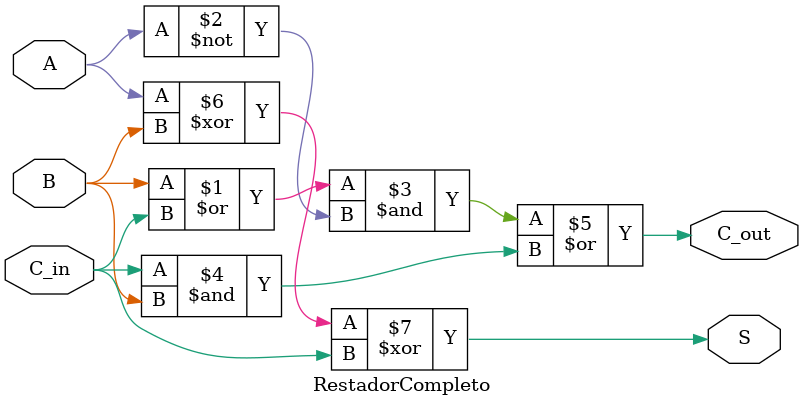
<source format=v>
/*
 * Generated by Digital. Don't modify this file!
 * Any changes will be lost if this file is regenerated.
 */

module RestadorCompleto (
  input A,
  input B,
  input C_in,
  output S,
  output C_out
);
  assign C_out = (((B | C_in) & ~ A) | (C_in & B));
  assign S = (A ^ B ^ C_in);
endmodule

</source>
